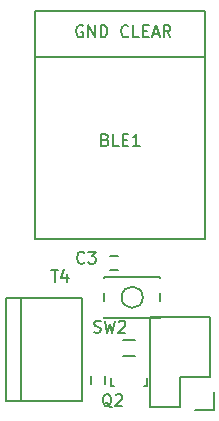
<source format=gto>
G04 #@! TF.FileFunction,Legend,Top*
%FSLAX46Y46*%
G04 Gerber Fmt 4.6, Leading zero omitted, Abs format (unit mm)*
G04 Created by KiCad (PCBNEW 4.0.0-rc1-stable) date 11/12/2015 8:05:50 PM*
%MOMM*%
G01*
G04 APERTURE LIST*
%ADD10C,0.100000*%
%ADD11C,0.150000*%
G04 APERTURE END LIST*
D10*
D11*
X143930000Y-64100000D02*
X158330000Y-64100000D01*
X143930000Y-60200000D02*
X143930000Y-79500000D01*
X158330000Y-60200000D02*
X158330000Y-79500000D01*
X143930000Y-60200000D02*
X158330000Y-60200000D01*
X143930000Y-79500000D02*
X158330000Y-79500000D01*
X150972000Y-82134000D02*
X150272000Y-82134000D01*
X150272000Y-80934000D02*
X150972000Y-80934000D01*
X141470540Y-84549100D02*
X141470540Y-93249100D01*
X147875540Y-84549100D02*
X147875540Y-93249100D01*
X147875540Y-93249100D02*
X141470540Y-93249100D01*
X142700540Y-93249100D02*
X142700540Y-84549100D01*
X141470540Y-84549100D02*
X147875540Y-84549100D01*
X158750000Y-91186000D02*
X158750000Y-86106000D01*
X159030000Y-94006000D02*
X157480000Y-94006000D01*
X156210000Y-93726000D02*
X156210000Y-91186000D01*
X156210000Y-91186000D02*
X158750000Y-91186000D01*
X158750000Y-86106000D02*
X153670000Y-86106000D01*
X153670000Y-86106000D02*
X153670000Y-91186000D01*
X159030000Y-94006000D02*
X159030000Y-92456000D01*
X153670000Y-93726000D02*
X156210000Y-93726000D01*
X153670000Y-91186000D02*
X153670000Y-93726000D01*
X149796000Y-86205000D02*
X149796000Y-86105000D01*
X149796000Y-82705000D02*
X149796000Y-82805000D01*
X154496000Y-82805000D02*
X154496000Y-82705000D01*
X154496000Y-86205000D02*
X154496000Y-86105000D01*
X154496000Y-84805000D02*
X154496000Y-84105000D01*
X149796000Y-84805000D02*
X149796000Y-84105000D01*
X149796000Y-86205000D02*
X154496000Y-86205000D01*
X154496000Y-82705000D02*
X149796000Y-82705000D01*
X153046000Y-84455000D02*
G75*
G03X153046000Y-84455000I-900000J0D01*
G01*
X149825000Y-91090000D02*
X149825000Y-91790000D01*
X148625000Y-91790000D02*
X148625000Y-91090000D01*
X150592840Y-91963240D02*
X150641100Y-91963240D01*
X153391820Y-91262200D02*
X153391820Y-91963240D01*
X153391820Y-91963240D02*
X153142900Y-91963240D01*
X150592840Y-91963240D02*
X150392180Y-91963240D01*
X150392180Y-91963240D02*
X150392180Y-91262200D01*
X151392000Y-88098000D02*
X152392000Y-88098000D01*
X152392000Y-89448000D02*
X151392000Y-89448000D01*
X149868096Y-71112071D02*
X150010953Y-71159690D01*
X150058572Y-71207310D01*
X150106191Y-71302548D01*
X150106191Y-71445405D01*
X150058572Y-71540643D01*
X150010953Y-71588262D01*
X149915715Y-71635881D01*
X149534762Y-71635881D01*
X149534762Y-70635881D01*
X149868096Y-70635881D01*
X149963334Y-70683500D01*
X150010953Y-70731119D01*
X150058572Y-70826357D01*
X150058572Y-70921595D01*
X150010953Y-71016833D01*
X149963334Y-71064452D01*
X149868096Y-71112071D01*
X149534762Y-71112071D01*
X151010953Y-71635881D02*
X150534762Y-71635881D01*
X150534762Y-70635881D01*
X151344286Y-71112071D02*
X151677620Y-71112071D01*
X151820477Y-71635881D02*
X151344286Y-71635881D01*
X151344286Y-70635881D01*
X151820477Y-70635881D01*
X152772858Y-71635881D02*
X152201429Y-71635881D01*
X152487143Y-71635881D02*
X152487143Y-70635881D01*
X152391905Y-70778738D01*
X152296667Y-70873976D01*
X152201429Y-70921595D01*
X147955429Y-61476000D02*
X147860191Y-61428381D01*
X147717334Y-61428381D01*
X147574476Y-61476000D01*
X147479238Y-61571238D01*
X147431619Y-61666476D01*
X147384000Y-61856952D01*
X147384000Y-61999810D01*
X147431619Y-62190286D01*
X147479238Y-62285524D01*
X147574476Y-62380762D01*
X147717334Y-62428381D01*
X147812572Y-62428381D01*
X147955429Y-62380762D01*
X148003048Y-62333143D01*
X148003048Y-61999810D01*
X147812572Y-61999810D01*
X148431619Y-62428381D02*
X148431619Y-61428381D01*
X149003048Y-62428381D01*
X149003048Y-61428381D01*
X149479238Y-62428381D02*
X149479238Y-61428381D01*
X149717333Y-61428381D01*
X149860191Y-61476000D01*
X149955429Y-61571238D01*
X150003048Y-61666476D01*
X150050667Y-61856952D01*
X150050667Y-61999810D01*
X150003048Y-62190286D01*
X149955429Y-62285524D01*
X149860191Y-62380762D01*
X149717333Y-62428381D01*
X149479238Y-62428381D01*
X151812572Y-62333143D02*
X151764953Y-62380762D01*
X151622096Y-62428381D01*
X151526858Y-62428381D01*
X151384000Y-62380762D01*
X151288762Y-62285524D01*
X151241143Y-62190286D01*
X151193524Y-61999810D01*
X151193524Y-61856952D01*
X151241143Y-61666476D01*
X151288762Y-61571238D01*
X151384000Y-61476000D01*
X151526858Y-61428381D01*
X151622096Y-61428381D01*
X151764953Y-61476000D01*
X151812572Y-61523619D01*
X152717334Y-62428381D02*
X152241143Y-62428381D01*
X152241143Y-61428381D01*
X153050667Y-61904571D02*
X153384001Y-61904571D01*
X153526858Y-62428381D02*
X153050667Y-62428381D01*
X153050667Y-61428381D01*
X153526858Y-61428381D01*
X153907810Y-62142667D02*
X154384001Y-62142667D01*
X153812572Y-62428381D02*
X154145905Y-61428381D01*
X154479239Y-62428381D01*
X155384001Y-62428381D02*
X155050667Y-61952190D01*
X154812572Y-62428381D02*
X154812572Y-61428381D01*
X155193525Y-61428381D01*
X155288763Y-61476000D01*
X155336382Y-61523619D01*
X155384001Y-61618857D01*
X155384001Y-61761714D01*
X155336382Y-61856952D01*
X155288763Y-61904571D01*
X155193525Y-61952190D01*
X154812572Y-61952190D01*
X148105834Y-81510143D02*
X148058215Y-81557762D01*
X147915358Y-81605381D01*
X147820120Y-81605381D01*
X147677262Y-81557762D01*
X147582024Y-81462524D01*
X147534405Y-81367286D01*
X147486786Y-81176810D01*
X147486786Y-81033952D01*
X147534405Y-80843476D01*
X147582024Y-80748238D01*
X147677262Y-80653000D01*
X147820120Y-80605381D01*
X147915358Y-80605381D01*
X148058215Y-80653000D01*
X148105834Y-80700619D01*
X148439167Y-80605381D02*
X149058215Y-80605381D01*
X148724881Y-80986333D01*
X148867739Y-80986333D01*
X148962977Y-81033952D01*
X149010596Y-81081571D01*
X149058215Y-81176810D01*
X149058215Y-81414905D01*
X149010596Y-81510143D01*
X148962977Y-81557762D01*
X148867739Y-81605381D01*
X148582024Y-81605381D01*
X148486786Y-81557762D01*
X148439167Y-81510143D01*
X148907667Y-87399762D02*
X149050524Y-87447381D01*
X149288620Y-87447381D01*
X149383858Y-87399762D01*
X149431477Y-87352143D01*
X149479096Y-87256905D01*
X149479096Y-87161667D01*
X149431477Y-87066429D01*
X149383858Y-87018810D01*
X149288620Y-86971190D01*
X149098143Y-86923571D01*
X149002905Y-86875952D01*
X148955286Y-86828333D01*
X148907667Y-86733095D01*
X148907667Y-86637857D01*
X148955286Y-86542619D01*
X149002905Y-86495000D01*
X149098143Y-86447381D01*
X149336239Y-86447381D01*
X149479096Y-86495000D01*
X149812429Y-86447381D02*
X150050524Y-87447381D01*
X150241001Y-86733095D01*
X150431477Y-87447381D01*
X150669572Y-86447381D01*
X151002905Y-86542619D02*
X151050524Y-86495000D01*
X151145762Y-86447381D01*
X151383858Y-86447381D01*
X151479096Y-86495000D01*
X151526715Y-86542619D01*
X151574334Y-86637857D01*
X151574334Y-86733095D01*
X151526715Y-86875952D01*
X150955286Y-87447381D01*
X151574334Y-87447381D01*
X145288095Y-82129381D02*
X145859524Y-82129381D01*
X145573809Y-83129381D02*
X145573809Y-82129381D01*
X146621429Y-82462714D02*
X146621429Y-83129381D01*
X146383333Y-82081762D02*
X146145238Y-82796048D01*
X146764286Y-82796048D01*
X150399762Y-93765619D02*
X150304524Y-93718000D01*
X150209286Y-93622762D01*
X150066429Y-93479905D01*
X149971190Y-93432286D01*
X149875952Y-93432286D01*
X149923571Y-93670381D02*
X149828333Y-93622762D01*
X149733095Y-93527524D01*
X149685476Y-93337048D01*
X149685476Y-93003714D01*
X149733095Y-92813238D01*
X149828333Y-92718000D01*
X149923571Y-92670381D01*
X150114048Y-92670381D01*
X150209286Y-92718000D01*
X150304524Y-92813238D01*
X150352143Y-93003714D01*
X150352143Y-93337048D01*
X150304524Y-93527524D01*
X150209286Y-93622762D01*
X150114048Y-93670381D01*
X149923571Y-93670381D01*
X150733095Y-92765619D02*
X150780714Y-92718000D01*
X150875952Y-92670381D01*
X151114048Y-92670381D01*
X151209286Y-92718000D01*
X151256905Y-92765619D01*
X151304524Y-92860857D01*
X151304524Y-92956095D01*
X151256905Y-93098952D01*
X150685476Y-93670381D01*
X151304524Y-93670381D01*
M02*

</source>
